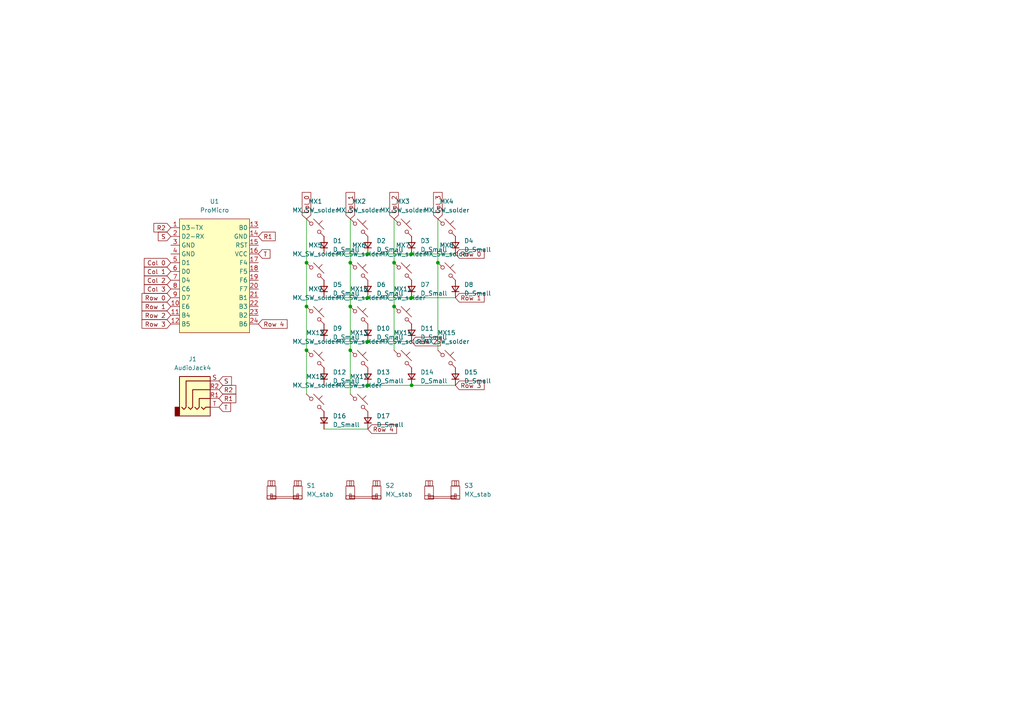
<source format=kicad_sch>
(kicad_sch (version 20250114) (generator "eeschema") (generator_version "9.0")
  (paper "A4")
  (lib_symbols
    (symbol "Connector_Audio:AudioJack4"
      (property "Reference" "J" (at 0 8.89 0))
      (property "Value" "AudioJack4" (at 0 6.35 0))
      (symbol "AudioJack4_0_1"
        (rectangle (start -6.35 -5.08) (end -7.62 -7.62) (stroke (width 0.254)) (fill (type outline)))
        (polyline (pts (xy -5.715 -5.08) (xy -5.08 -5.715) (xy -4.445 -5.08) (xy -4.445 2.54) (xy 2.54 2.54)) (stroke (width 0.254)))
        (polyline (pts (xy -1.905 -5.08) (xy -1.27 -5.715) (xy -0.635 -5.08) (xy -0.635 -2.54) (xy 2.54 -2.54)) (stroke (width 0.254)))
        (polyline (pts (xy 0 -5.08) (xy 0.635 -5.715) (xy 1.27 -5.08) (xy 2.54 -5.08)) (stroke (width 0.254)))
        (rectangle (start 2.54 3.81) (end -6.35 -7.62) (stroke (width 0.254)) (fill (type background)))
        (polyline (pts (xy 2.54 0) (xy -2.54 0) (xy -2.54 -5.08) (xy -3.175 -5.715) (xy -3.81 -5.08)) (stroke (width 0.254)))
      )
      (symbol "AudioJack4_1_1"
        (pin passive line (at 5.08 2.54 180) (length 2.54) (name "~") (number "S"))
        (pin passive line (at 5.08 0 180) (length 2.54) (name "~") (number "R2"))
        (pin passive line (at 5.08 -2.54 180) (length 2.54) (name "~") (number "R1"))
        (pin passive line (at 5.08 -5.08 180) (length 2.54) (name "~") (number "T"))
      )
    )
    (symbol "Device:D_Small" (pin_numbers (hide yes)) (pin_names (offset 0.254) (hide yes))
      (property "Reference" "D" (at -1.27 2.032 0))
      (property "Value" "D_Small" (at -3.81 -2.032 0))
      (symbol "D_Small_0_1"
        (polyline (pts (xy -0.762 0) (xy 0.762 0)))
        (polyline (pts (xy -0.762 -1.016) (xy -0.762 1.016)) (stroke (width 0.254)))
        (polyline (pts (xy 0.762 -1.016) (xy -0.762 0) (xy 0.762 1.016) (xy 0.762 -1.016)) (stroke (width 0.254)))
      )
      (symbol "D_Small_1_1"
        (pin passive line (at -2.54 0 0) (length 1.778) (name "K") (number "1"))
        (pin passive line (at 2.54 0 180) (length 1.778) (name "A") (number "2"))
      )
    )
    (symbol "PCM_marbastlib-mx:MX_SW_solder" (pin_numbers (hide yes)) (pin_names (offset 1.016) (hide yes))
      (property "Reference" "MX" (at 3.048 1.016 0))
      (property "Value" "MX_SW_solder" (at 0 -3.81 0))
      (symbol "MX_SW_solder_0_1"
        (polyline (pts (xy -2.54 2.54) (xy -1.524 1.524) (xy -1.524 1.524)))
        (circle (center -1.1684 1.1684) (radius 0.508))
        (polyline (pts (xy -0.508 2.54) (xy 2.54 -0.508)))
        (polyline (pts (xy 1.016 1.016) (xy 2.032 2.032)))
        (circle (center 1.143 -1.1938) (radius 0.508))
        (polyline (pts (xy 1.524 -1.524) (xy 2.54 -2.54) (xy 2.54 -2.54) (xy 2.54 -2.54)))
        (pin passive line (at -2.54 2.54 0) (length 0) (name "1") (number "1"))
        (pin passive line (at 2.54 -2.54 180) (length 0) (name "2") (number "2"))
      )
    )
    (symbol "PCM_marbastlib-mx:MX_stab" (pin_names (offset 1.016))
      (property "Reference" "S" (at -5.08 6.35 0))
      (property "Value" "MX_stab" (at -5.08 3.81 0))
      (symbol "MX_stab_0_1"
        (rectangle (start -5.08 1.27) (end -2.54 -2.54))
        (rectangle (start -5.08 -1.524) (end -2.54 -2.54))
        (rectangle (start -4.826 2.794) (end -2.794 1.27))
        (rectangle (start -4.064 1.27) (end -3.556 2.794))
        (rectangle (start -4.064 -1.778) (end 4.064 -2.286))
        (rectangle (start -4.064 -2.286) (end -3.556 -1.016))
        (rectangle (start 2.54 1.27) (end 5.08 -2.54))
        (rectangle (start 2.54 -1.524) (end 5.08 -2.54))
        (rectangle (start 2.794 2.794) (end 4.826 1.27))
        (rectangle (start 3.556 1.27) (end 4.064 2.794))
        (rectangle (start 4.064 -2.286) (end 3.556 -1.016))
      )
    )
    (symbol "PCM_marbastlib-promicroish:Arduino_ProMicro" (in_bom no)
      (property "Reference" "U" (at 0 20.32 0))
      (property "Value" "ProMicro" (at 0 17.78 0))
      (symbol "Arduino_ProMicro_0_0"
        (pin bidirectional line (at -12.7 13.97 0) (length 2.54) (name "D3-TX") (number "1"))
        (pin bidirectional line (at -12.7 11.43 0) (length 2.54) (name "D2-RX") (number "2"))
        (pin power_out line (at -12.7 8.89 0) (length 2.54) (name "GND") (number "3"))
        (pin power_out line (at -12.7 6.35 0) (length 2.54) (name "GND") (number "4"))
        (pin bidirectional line (at -12.7 3.81 0) (length 2.54) (name "D1") (number "5"))
        (pin bidirectional line (at -12.7 1.27 0) (length 2.54) (name "D0") (number "6"))
        (pin bidirectional line (at -12.7 -1.27 0) (length 2.54) (name "D4") (number "7"))
        (pin bidirectional line (at -12.7 -3.81 0) (length 2.54) (name "C6") (number "8"))
        (pin bidirectional line (at -12.7 -6.35 0) (length 2.54) (name "D7") (number "9"))
        (pin bidirectional line (at -12.7 -8.89 0) (length 2.54) (name "E6") (number "10"))
        (pin bidirectional line (at -12.7 -11.43 0) (length 2.54) (name "B4") (number "11"))
        (pin bidirectional line (at -12.7 -13.97 0) (length 2.54) (name "B5") (number "12"))
        (pin power_out line (at 12.7 11.43 180) (length 2.54) (name "GND") (number "14"))
        (pin bidirectional line (at 12.7 8.89 180) (length 2.54) (name "RST") (number "15"))
        (pin bidirectional line (at 12.7 3.81 180) (length 2.54) (name "F4") (number "17"))
        (pin bidirectional line (at 12.7 1.27 180) (length 2.54) (name "F5") (number "18"))
        (pin bidirectional line (at 12.7 -1.27 180) (length 2.54) (name "F6") (number "19"))
        (pin bidirectional line (at 12.7 -3.81 180) (length 2.54) (name "F7") (number "20"))
        (pin bidirectional line (at 12.7 -6.35 180) (length 2.54) (name "B1") (number "21"))
        (pin bidirectional line (at 12.7 -8.89 180) (length 2.54) (name "B3") (number "22"))
        (pin bidirectional line (at 12.7 -11.43 180) (length 2.54) (name "B2") (number "23"))
        (pin bidirectional line (at 12.7 -13.97 180) (length 2.54) (name "B6") (number "24"))
      )
      (symbol "Arduino_ProMicro_1_0"
        (pin bidirectional line (at 12.7 13.97 180) (length 2.54) (name "B0") (number "13"))
        (pin power_out line (at 12.7 6.35 180) (length 2.54) (name "VCC") (number "16"))
      )
      (symbol "Arduino_ProMicro_1_1"
        (rectangle (start -10.16 16.51) (end 10.16 -16.51) (fill (type background)))
      )
    )
  )
  (junction (at 106.68 73.66))
  (junction (at 119.38 111.76))
  (junction (at 119.38 86.36))
  (junction (at 101.6 76.2))
  (junction (at 127 76.2))
  (junction (at 119.38 73.66))
  (junction (at 114.3 88.9))
  (junction (at 106.68 86.36))
  (junction (at 101.6 88.9))
  (junction (at 106.68 111.76))
  (junction (at 88.9 88.9))
  (junction (at 106.68 99.06))
  (junction (at 88.9 101.6))
  (junction (at 114.3 76.2))
  (junction (at 101.6 101.6))
  (junction (at 88.9 76.2))
  (wire (pts (xy 106.68 111.76) (xy 119.38 111.76)))
  (wire (pts (xy 114.3 63.5) (xy 114.3 76.2)))
  (wire (pts (xy 93.98 99.06) (xy 106.68 99.06)))
  (wire (pts (xy 93.98 124.46) (xy 106.68 124.46)))
  (wire (pts (xy 127 63.5) (xy 127 76.2)))
  (wire (pts (xy 114.3 76.2) (xy 114.3 88.9)))
  (wire (pts (xy 93.98 73.66) (xy 106.68 73.66)))
  (wire (pts (xy 119.38 111.76) (xy 132.08 111.76)))
  (wire (pts (xy 93.98 86.36) (xy 106.68 86.36)))
  (wire (pts (xy 119.38 73.66) (xy 132.08 73.66)))
  (wire (pts (xy 88.9 63.5) (xy 88.9 76.2)))
  (wire (pts (xy 114.3 88.9) (xy 114.3 101.6)))
  (wire (pts (xy 88.9 76.2) (xy 88.9 88.9)))
  (wire (pts (xy 101.6 63.5) (xy 101.6 76.2)))
  (wire (pts (xy 88.9 88.9) (xy 88.9 101.6)))
  (wire (pts (xy 101.6 101.6) (xy 101.6 114.3)))
  (wire (pts (xy 106.68 86.36) (xy 119.38 86.36)))
  (wire (pts (xy 106.68 99.06) (xy 119.38 99.06)))
  (wire (pts (xy 106.68 73.66) (xy 119.38 73.66)))
  (wire (pts (xy 93.98 111.76) (xy 106.68 111.76)))
  (wire (pts (xy 101.6 88.9) (xy 101.6 101.6)))
  (wire (pts (xy 101.6 76.2) (xy 101.6 88.9)))
  (wire (pts (xy 88.9 101.6) (xy 88.9 114.3)))
  (wire (pts (xy 119.38 86.36) (xy 132.08 86.36)))
  (wire (pts (xy 127 76.2) (xy 127 101.6)))
  (global_label "R2" (shape input) (at 49.53 66.04 180) (property "Intersheetrefs" "${INTERSHEET_REFS}" (effects (hide yes))))
  (global_label "Row 1" (shape input) (at 49.53 88.9 180) (property "Intersheetrefs" "${INTERSHEET_REFS}" (effects (hide yes))))
  (global_label "Row 4" (shape input) (at 106.68 124.46 0) (property "Intersheetrefs" "${INTERSHEET_REFS}" (effects (hide yes))))
  (global_label "Row 0" (shape input) (at 132.08 73.66 0) (property "Intersheetrefs" "${INTERSHEET_REFS}" (effects (hide yes))))
  (global_label "Row 3" (shape input) (at 49.53 93.98 180) (property "Intersheetrefs" "${INTERSHEET_REFS}" (effects (hide yes))))
  (global_label "S" (shape input) (at 63.5 110.49 0) (property "Intersheetrefs" "${INTERSHEET_REFS}" (effects (hide yes))))
  (global_label "Row 1" (shape input) (at 132.08 86.36 0) (property "Intersheetrefs" "${INTERSHEET_REFS}" (effects (hide yes))))
  (global_label "S" (shape input) (at 49.53 68.58 180) (property "Intersheetrefs" "${INTERSHEET_REFS}" (effects (hide yes))))
  (global_label "Col 3" (shape input) (at 49.53 83.82 180) (property "Intersheetrefs" "${INTERSHEET_REFS}" (effects (hide yes))))
  (global_label "R1" (shape input) (at 63.5 115.57 0) (property "Intersheetrefs" "${INTERSHEET_REFS}" (effects (hide yes))))
  (global_label "R1" (shape input) (at 74.93 68.58 0) (property "Intersheetrefs" "${INTERSHEET_REFS}" (effects (hide yes))))
  (global_label "T" (shape input) (at 63.5 118.11 0) (property "Intersheetrefs" "${INTERSHEET_REFS}" (effects (hide yes))))
  (global_label "Col 1" (shape input) (at 49.53 78.74 180) (property "Intersheetrefs" "${INTERSHEET_REFS}" (effects (hide yes))))
  (global_label "Col 0" (shape input) (at 49.53 76.2 180) (property "Intersheetrefs" "${INTERSHEET_REFS}" (effects (hide yes))))
  (global_label "Col 2" (shape input) (at 114.3 63.5 90) (property "Intersheetrefs" "${INTERSHEET_REFS}" (effects (hide yes))))
  (global_label "Col 0" (shape input) (at 88.9 63.5 90) (property "Intersheetrefs" "${INTERSHEET_REFS}" (effects (hide yes))))
  (global_label "Row 4" (shape input) (at 74.93 93.98 0) (property "Intersheetrefs" "${INTERSHEET_REFS}" (effects (hide yes))))
  (global_label "Row 2" (shape input) (at 119.38 99.06 0) (property "Intersheetrefs" "${INTERSHEET_REFS}" (effects (hide yes))))
  (global_label "Row 0" (shape input) (at 49.53 86.36 180) (property "Intersheetrefs" "${INTERSHEET_REFS}" (effects (hide yes))))
  (global_label "T" (shape input) (at 74.93 73.66 0) (property "Intersheetrefs" "${INTERSHEET_REFS}" (effects (hide yes))))
  (global_label "Row 3" (shape input) (at 132.08 111.76 0) (property "Intersheetrefs" "${INTERSHEET_REFS}" (effects (hide yes))))
  (global_label "R2" (shape input) (at 63.5 113.03 0) (property "Intersheetrefs" "${INTERSHEET_REFS}" (effects (hide yes))))
  (global_label "Col 3" (shape input) (at 127 63.5 90) (property "Intersheetrefs" "${INTERSHEET_REFS}" (effects (hide yes))))
  (global_label "Row 2" (shape input) (at 49.53 91.44 180) (property "Intersheetrefs" "${INTERSHEET_REFS}" (effects (hide yes))))
  (global_label "Col 1" (shape input) (at 101.6 63.5 90) (property "Intersheetrefs" "${INTERSHEET_REFS}" (effects (hide yes))))
  (global_label "Col 2" (shape input) (at 49.53 81.28 180) (property "Intersheetrefs" "${INTERSHEET_REFS}" (effects (hide yes))))
  (symbol (lib_id "PCM_marbastlib-mx:MX_SW_solder") (at 104.14 66.04 0) (unit 1)
    (property "Reference" "MX2" (at 104.14 58.42 0))
    (property "Value" "MX_SW_solder" (at 104.14 60.96 0))
    (property "Footprint" "PCM_marbastlib-mx:SW_MX_1u" (effects (hide yes)))
    (property "Description" "Push button switch, normally open, two pins, 45° tilted" (effects (hide yes)))
  )
  (symbol (lib_id "Device:D_Small") (at 106.68 71.12 90) (unit 1)
    (property "Reference" "D2" (at 109.22 69.8499 90) (effects (justify right)))
    (property "Value" "D_Small" (at 109.22 72.3899 90) (effects (justify right)))
    (property "Footprint" "Diode_SMD:D_SOD-123" (effects (hide yes)))
    (property "Description" "Diode, small symbol" (effects (hide yes)))
    (property "Sim.Device" "D" (effects (hide yes)))
    (property "Sim.Pins" "1=K 2=A" (effects (hide yes)))
  )
  (symbol (lib_id "Device:D_Small") (at 119.38 71.12 90) (unit 1)
    (property "Reference" "D3" (at 121.92 69.8499 90) (effects (justify right)))
    (property "Value" "D_Small" (at 121.92 72.3899 90) (effects (justify right)))
    (property "Footprint" "Diode_SMD:D_SOD-123" (effects (hide yes)))
    (property "Description" "Diode, small symbol" (effects (hide yes)))
    (property "Sim.Device" "D" (effects (hide yes)))
    (property "Sim.Pins" "1=K 2=A" (effects (hide yes)))
  )
  (symbol (lib_id "Connector_Audio:AudioJack4") (at 58.42 113.03 0) (unit 1)
    (property "Reference" "J1" (at 55.88 104.14 0))
    (property "Value" "AudioJack4" (at 55.88 106.68 0))
    (property "Footprint" "Connector_Audio:Jack_3.5mm_PJ320D_Horizontal" (effects (hide yes)))
    (property "Description" "Audio Jack, 4 Poles (TRRS)" (effects (hide yes)))
  )
  (symbol (lib_id "PCM_marbastlib-mx:MX_stab") (at 128.27 142.24 0) (unit 1)
    (property "Reference" "S3" (at 134.62 140.8429 0) (effects (justify left)))
    (property "Value" "MX_stab" (at 134.62 143.3829 0) (effects (justify left)))
    (property "Footprint" "PCM_marbastlib-mx:STAB_MX_2u" (effects (hide yes)))
    (property "Description" "Cherry MX-style stabilizer" (effects (hide yes)))
  )
  (symbol (lib_id "Device:D_Small") (at 132.08 71.12 90) (unit 1)
    (property "Reference" "D4" (at 134.62 69.8499 90) (effects (justify right)))
    (property "Value" "D_Small" (at 134.62 72.3899 90) (effects (justify right)))
    (property "Footprint" "Diode_SMD:D_SOD-123" (effects (hide yes)))
    (property "Description" "Diode, small symbol" (effects (hide yes)))
    (property "Sim.Device" "D" (effects (hide yes)))
    (property "Sim.Pins" "1=K 2=A" (effects (hide yes)))
  )
  (symbol (lib_id "Device:D_Small") (at 106.68 109.22 90) (unit 1)
    (property "Reference" "D13" (at 109.22 107.9499 90) (effects (justify right)))
    (property "Value" "D_Small" (at 109.22 110.4899 90) (effects (justify right)))
    (property "Footprint" "Diode_SMD:D_SOD-123" (effects (hide yes)))
    (property "Description" "Diode, small symbol" (effects (hide yes)))
    (property "Sim.Device" "D" (effects (hide yes)))
    (property "Sim.Pins" "1=K 2=A" (effects (hide yes)))
  )
  (symbol (lib_id "PCM_marbastlib-promicroish:Arduino_ProMicro") (at 62.23 80.01 0) (unit 1) (in_bom no)
    (property "Reference" "U1" (at 62.23 58.42 0))
    (property "Value" "ProMicro" (at 62.23 60.96 0))
    (property "Footprint" "PCM_marbastlib-xp-promicroish:ProMicro_USBup" (effects (hide yes)))
    (property "Description" "Symbol for an Arduino Pro Micro" (effects (hide yes)))
  )
  (symbol (lib_id "PCM_marbastlib-mx:MX_SW_solder") (at 116.84 66.04 0) (unit 1)
    (property "Reference" "MX3" (at 116.84 58.42 0))
    (property "Value" "MX_SW_solder" (at 116.84 60.96 0))
    (property "Footprint" "PCM_marbastlib-mx:SW_MX_1u" (effects (hide yes)))
    (property "Description" "Push button switch, normally open, two pins, 45° tilted" (effects (hide yes)))
  )
  (symbol (lib_id "Device:D_Small") (at 93.98 96.52 90) (unit 1)
    (property "Reference" "D9" (at 96.52 95.2499 90) (effects (justify right)))
    (property "Value" "D_Small" (at 96.52 97.7899 90) (effects (justify right)))
    (property "Footprint" "Diode_SMD:D_SOD-123" (effects (hide yes)))
    (property "Description" "Diode, small symbol" (effects (hide yes)))
    (property "Sim.Device" "D" (effects (hide yes)))
    (property "Sim.Pins" "1=K 2=A" (effects (hide yes)))
  )
  (symbol (lib_id "PCM_marbastlib-mx:MX_SW_solder") (at 91.44 78.74 0) (unit 1)
    (property "Reference" "MX5" (at 91.44 71.12 0))
    (property "Value" "MX_SW_solder" (at 91.44 73.66 0))
    (property "Footprint" "PCM_marbastlib-mx:SW_MX_1u" (effects (hide yes)))
    (property "Description" "Push button switch, normally open, two pins, 45° tilted" (effects (hide yes)))
  )
  (symbol (lib_id "Device:D_Small") (at 106.68 121.92 90) (unit 1)
    (property "Reference" "D17" (at 109.22 120.6499 90) (effects (justify right)))
    (property "Value" "D_Small" (at 109.22 123.1899 90) (effects (justify right)))
    (property "Footprint" "Diode_SMD:D_SOD-123" (effects (hide yes)))
    (property "Description" "Diode, small symbol" (effects (hide yes)))
    (property "Sim.Device" "D" (effects (hide yes)))
    (property "Sim.Pins" "1=K 2=A" (effects (hide yes)))
  )
  (symbol (lib_id "Device:D_Small") (at 119.38 96.52 90) (unit 1)
    (property "Reference" "D11" (at 121.92 95.2499 90) (effects (justify right)))
    (property "Value" "D_Small" (at 121.92 97.7899 90) (effects (justify right)))
    (property "Footprint" "Diode_SMD:D_SOD-123" (effects (hide yes)))
    (property "Description" "Diode, small symbol" (effects (hide yes)))
    (property "Sim.Device" "D" (effects (hide yes)))
    (property "Sim.Pins" "1=K 2=A" (effects (hide yes)))
  )
  (symbol (lib_id "Device:D_Small") (at 132.08 83.82 90) (unit 1)
    (property "Reference" "D8" (at 134.62 82.5499 90) (effects (justify right)))
    (property "Value" "D_Small" (at 134.62 85.0899 90) (effects (justify right)))
    (property "Footprint" "Diode_SMD:D_SOD-123" (effects (hide yes)))
    (property "Description" "Diode, small symbol" (effects (hide yes)))
    (property "Sim.Device" "D" (effects (hide yes)))
    (property "Sim.Pins" "1=K 2=A" (effects (hide yes)))
  )
  (symbol (lib_id "Device:D_Small") (at 119.38 83.82 90) (unit 1)
    (property "Reference" "D7" (at 121.92 82.5499 90) (effects (justify right)))
    (property "Value" "D_Small" (at 121.92 85.0899 90) (effects (justify right)))
    (property "Footprint" "Diode_SMD:D_SOD-123" (effects (hide yes)))
    (property "Description" "Diode, small symbol" (effects (hide yes)))
    (property "Sim.Device" "D" (effects (hide yes)))
    (property "Sim.Pins" "1=K 2=A" (effects (hide yes)))
  )
  (symbol (lib_id "PCM_marbastlib-mx:MX_SW_solder") (at 116.84 78.74 0) (unit 1)
    (property "Reference" "MX7" (at 116.84 71.12 0))
    (property "Value" "MX_SW_solder" (at 116.84 73.66 0))
    (property "Footprint" "PCM_marbastlib-mx:SW_MX_1u" (effects (hide yes)))
    (property "Description" "Push button switch, normally open, two pins, 45° tilted" (effects (hide yes)))
  )
  (symbol (lib_id "Device:D_Small") (at 106.68 83.82 90) (unit 1)
    (property "Reference" "D6" (at 109.22 82.5499 90) (effects (justify right)))
    (property "Value" "D_Small" (at 109.22 85.0899 90) (effects (justify right)))
    (property "Footprint" "Diode_SMD:D_SOD-123" (effects (hide yes)))
    (property "Description" "Diode, small symbol" (effects (hide yes)))
    (property "Sim.Device" "D" (effects (hide yes)))
    (property "Sim.Pins" "1=K 2=A" (effects (hide yes)))
  )
  (symbol (lib_id "PCM_marbastlib-mx:MX_SW_solder") (at 104.14 104.14 0) (unit 1)
    (property "Reference" "MX13" (at 104.14 96.52 0))
    (property "Value" "MX_SW_solder" (at 104.14 99.06 0))
    (property "Footprint" "PCM_marbastlib-mx:SW_MX_1u" (effects (hide yes)))
    (property "Description" "Push button switch, normally open, two pins, 45° tilted" (effects (hide yes)))
  )
  (symbol (lib_id "PCM_marbastlib-mx:MX_SW_solder") (at 91.44 66.04 0) (unit 1)
    (property "Reference" "MX1" (at 91.44 58.42 0))
    (property "Value" "MX_SW_solder" (at 91.44 60.96 0))
    (property "Footprint" "PCM_marbastlib-mx:SW_MX_1u" (effects (hide yes)))
    (property "Description" "Push button switch, normally open, two pins, 45° tilted" (effects (hide yes)))
  )
  (symbol (lib_id "PCM_marbastlib-mx:MX_stab") (at 82.55 142.24 0) (unit 1)
    (property "Reference" "S1" (at 88.9 140.8429 0) (effects (justify left)))
    (property "Value" "MX_stab" (at 88.9 143.3829 0) (effects (justify left)))
    (property "Footprint" "PCM_marbastlib-mx:STAB_MX_2u" (effects (hide yes)))
    (property "Description" "Cherry MX-style stabilizer" (effects (hide yes)))
  )
  (symbol (lib_id "Device:D_Small") (at 119.38 109.22 90) (unit 1)
    (property "Reference" "D14" (at 121.92 107.9499 90) (effects (justify right)))
    (property "Value" "D_Small" (at 121.92 110.4899 90) (effects (justify right)))
    (property "Footprint" "Diode_SMD:D_SOD-123" (effects (hide yes)))
    (property "Description" "Diode, small symbol" (effects (hide yes)))
    (property "Sim.Device" "D" (effects (hide yes)))
    (property "Sim.Pins" "1=K 2=A" (effects (hide yes)))
  )
  (symbol (lib_id "PCM_marbastlib-mx:MX_SW_solder") (at 116.84 104.14 0) (unit 1)
    (property "Reference" "MX14" (at 116.84 96.52 0))
    (property "Value" "MX_SW_solder" (at 116.84 99.06 0))
    (property "Footprint" "PCM_marbastlib-mx:SW_MX_1u" (effects (hide yes)))
    (property "Description" "Push button switch, normally open, two pins, 45° tilted" (effects (hide yes)))
  )
  (symbol (lib_id "PCM_marbastlib-mx:MX_SW_solder") (at 104.14 78.74 0) (unit 1)
    (property "Reference" "MX6" (at 104.14 71.12 0))
    (property "Value" "MX_SW_solder" (at 104.14 73.66 0))
    (property "Footprint" "PCM_marbastlib-mx:SW_MX_1u" (effects (hide yes)))
    (property "Description" "Push button switch, normally open, two pins, 45° tilted" (effects (hide yes)))
  )
  (symbol (lib_id "PCM_marbastlib-mx:MX_SW_solder") (at 91.44 91.44 0) (unit 1)
    (property "Reference" "MX9" (at 91.44 83.82 0))
    (property "Value" "MX_SW_solder" (at 91.44 86.36 0))
    (property "Footprint" "PCM_marbastlib-mx:SW_MX_1u" (effects (hide yes)))
    (property "Description" "Push button switch, normally open, two pins, 45° tilted" (effects (hide yes)))
  )
  (symbol (lib_id "Device:D_Small") (at 93.98 83.82 90) (unit 1)
    (property "Reference" "D5" (at 96.52 82.5499 90) (effects (justify right)))
    (property "Value" "D_Small" (at 96.52 85.0899 90) (effects (justify right)))
    (property "Footprint" "Diode_SMD:D_SOD-123" (effects (hide yes)))
    (property "Description" "Diode, small symbol" (effects (hide yes)))
    (property "Sim.Device" "D" (effects (hide yes)))
    (property "Sim.Pins" "1=K 2=A" (effects (hide yes)))
  )
  (symbol (lib_id "PCM_marbastlib-mx:MX_SW_solder") (at 129.54 78.74 0) (unit 1)
    (property "Reference" "MX8" (at 129.54 71.12 0))
    (property "Value" "MX_SW_solder" (at 129.54 73.66 0))
    (property "Footprint" "PCM_marbastlib-mx:SW_MX_1u" (effects (hide yes)))
    (property "Description" "Push button switch, normally open, two pins, 45° tilted" (effects (hide yes)))
  )
  (symbol (lib_id "PCM_marbastlib-mx:MX_SW_solder") (at 91.44 116.84 0) (unit 1)
    (property "Reference" "MX16" (at 91.44 109.22 0))
    (property "Value" "MX_SW_solder" (at 91.44 111.76 0))
    (property "Footprint" "PCM_marbastlib-mx:SW_MX_1u" (effects (hide yes)))
    (property "Description" "Push button switch, normally open, two pins, 45° tilted" (effects (hide yes)))
  )
  (symbol (lib_id "Device:D_Small") (at 106.68 96.52 90) (unit 1)
    (property "Reference" "D10" (at 109.22 95.2499 90) (effects (justify right)))
    (property "Value" "D_Small" (at 109.22 97.7899 90) (effects (justify right)))
    (property "Footprint" "Diode_SMD:D_SOD-123" (effects (hide yes)))
    (property "Description" "Diode, small symbol" (effects (hide yes)))
    (property "Sim.Device" "D" (effects (hide yes)))
    (property "Sim.Pins" "1=K 2=A" (effects (hide yes)))
  )
  (symbol (lib_id "Device:D_Small") (at 93.98 121.92 90) (unit 1)
    (property "Reference" "D16" (at 96.52 120.6499 90) (effects (justify right)))
    (property "Value" "D_Small" (at 96.52 123.1899 90) (effects (justify right)))
    (property "Footprint" "Diode_SMD:D_SOD-123" (effects (hide yes)))
    (property "Description" "Diode, small symbol" (effects (hide yes)))
    (property "Sim.Device" "D" (effects (hide yes)))
    (property "Sim.Pins" "1=K 2=A" (effects (hide yes)))
  )
  (symbol (lib_id "PCM_marbastlib-mx:MX_SW_solder") (at 104.14 116.84 0) (unit 1)
    (property "Reference" "MX17" (at 104.14 109.22 0))
    (property "Value" "MX_SW_solder" (at 104.14 111.76 0))
    (property "Footprint" "PCM_marbastlib-mx:SW_MX_1u" (effects (hide yes)))
    (property "Description" "Push button switch, normally open, two pins, 45° tilted" (effects (hide yes)))
  )
  (symbol (lib_id "Device:D_Small") (at 132.08 109.22 90) (unit 1)
    (property "Reference" "D15" (at 134.62 107.9499 90) (effects (justify right)))
    (property "Value" "D_Small" (at 134.62 110.4899 90) (effects (justify right)))
    (property "Footprint" "Diode_SMD:D_SOD-123" (effects (hide yes)))
    (property "Description" "Diode, small symbol" (effects (hide yes)))
    (property "Sim.Device" "D" (effects (hide yes)))
    (property "Sim.Pins" "1=K 2=A" (effects (hide yes)))
  )
  (symbol (lib_id "PCM_marbastlib-mx:MX_SW_solder") (at 104.14 91.44 0) (unit 1)
    (property "Reference" "MX10" (at 104.14 83.82 0))
    (property "Value" "MX_SW_solder" (at 104.14 86.36 0))
    (property "Footprint" "PCM_marbastlib-mx:SW_MX_1u" (effects (hide yes)))
    (property "Description" "Push button switch, normally open, two pins, 45° tilted" (effects (hide yes)))
  )
  (symbol (lib_id "PCM_marbastlib-mx:MX_SW_solder") (at 129.54 66.04 0) (unit 1)
    (property "Reference" "MX4" (at 129.54 58.42 0))
    (property "Value" "MX_SW_solder" (at 129.54 60.96 0))
    (property "Footprint" "PCM_marbastlib-mx:SW_MX_1u" (effects (hide yes)))
    (property "Description" "Push button switch, normally open, two pins, 45° tilted" (effects (hide yes)))
  )
  (symbol (lib_id "PCM_marbastlib-mx:MX_SW_solder") (at 129.54 104.14 0) (unit 1)
    (property "Reference" "MX15" (at 129.54 96.52 0))
    (property "Value" "MX_SW_solder" (at 129.54 99.06 0))
    (property "Footprint" "PCM_marbastlib-mx:SW_MX_1u" (effects (hide yes)))
    (property "Description" "Push button switch, normally open, two pins, 45° tilted" (effects (hide yes)))
  )
  (symbol (lib_id "PCM_marbastlib-mx:MX_SW_solder") (at 91.44 104.14 0) (unit 1)
    (property "Reference" "MX12" (at 91.44 96.52 0))
    (property "Value" "MX_SW_solder" (at 91.44 99.06 0))
    (property "Footprint" "PCM_marbastlib-mx:SW_MX_1u" (effects (hide yes)))
    (property "Description" "Push button switch, normally open, two pins, 45° tilted" (effects (hide yes)))
  )
  (symbol (lib_id "PCM_marbastlib-mx:MX_SW_solder") (at 116.84 91.44 0) (unit 1)
    (property "Reference" "MX11" (at 116.84 83.82 0))
    (property "Value" "MX_SW_solder" (at 116.84 86.36 0))
    (property "Footprint" "PCM_marbastlib-mx:SW_MX_1u" (effects (hide yes)))
    (property "Description" "Push button switch, normally open, two pins, 45° tilted" (effects (hide yes)))
  )
  (symbol (lib_id "Device:D_Small") (at 93.98 109.22 90) (unit 1)
    (property "Reference" "D12" (at 96.52 107.9499 90) (effects (justify right)))
    (property "Value" "D_Small" (at 96.52 110.4899 90) (effects (justify right)))
    (property "Footprint" "Diode_SMD:D_SOD-123" (effects (hide yes)))
    (property "Description" "Diode, small symbol" (effects (hide yes)))
    (property "Sim.Device" "D" (effects (hide yes)))
    (property "Sim.Pins" "1=K 2=A" (effects (hide yes)))
  )
  (symbol (lib_id "PCM_marbastlib-mx:MX_stab") (at 105.41 142.24 0) (unit 1)
    (property "Reference" "S2" (at 111.76 140.8429 0) (effects (justify left)))
    (property "Value" "MX_stab" (at 111.76 143.3829 0) (effects (justify left)))
    (property "Footprint" "PCM_marbastlib-mx:STAB_MX_2u" (effects (hide yes)))
    (property "Description" "Cherry MX-style stabilizer" (effects (hide yes)))
  )
  (symbol (lib_id "Device:D_Small") (at 93.98 71.12 90) (unit 1)
    (property "Reference" "D1" (at 96.52 69.8499 90) (effects (justify right)))
    (property "Value" "D_Small" (at 96.52 72.3899 90) (effects (justify right)))
    (property "Footprint" "Diode_SMD:D_SOD-123" (effects (hide yes)))
    (property "Description" "Diode, small symbol" (effects (hide yes)))
    (property "Sim.Device" "D" (effects (hide yes)))
    (property "Sim.Pins" "1=K 2=A" (effects (hide yes)))
  )
)
</source>
